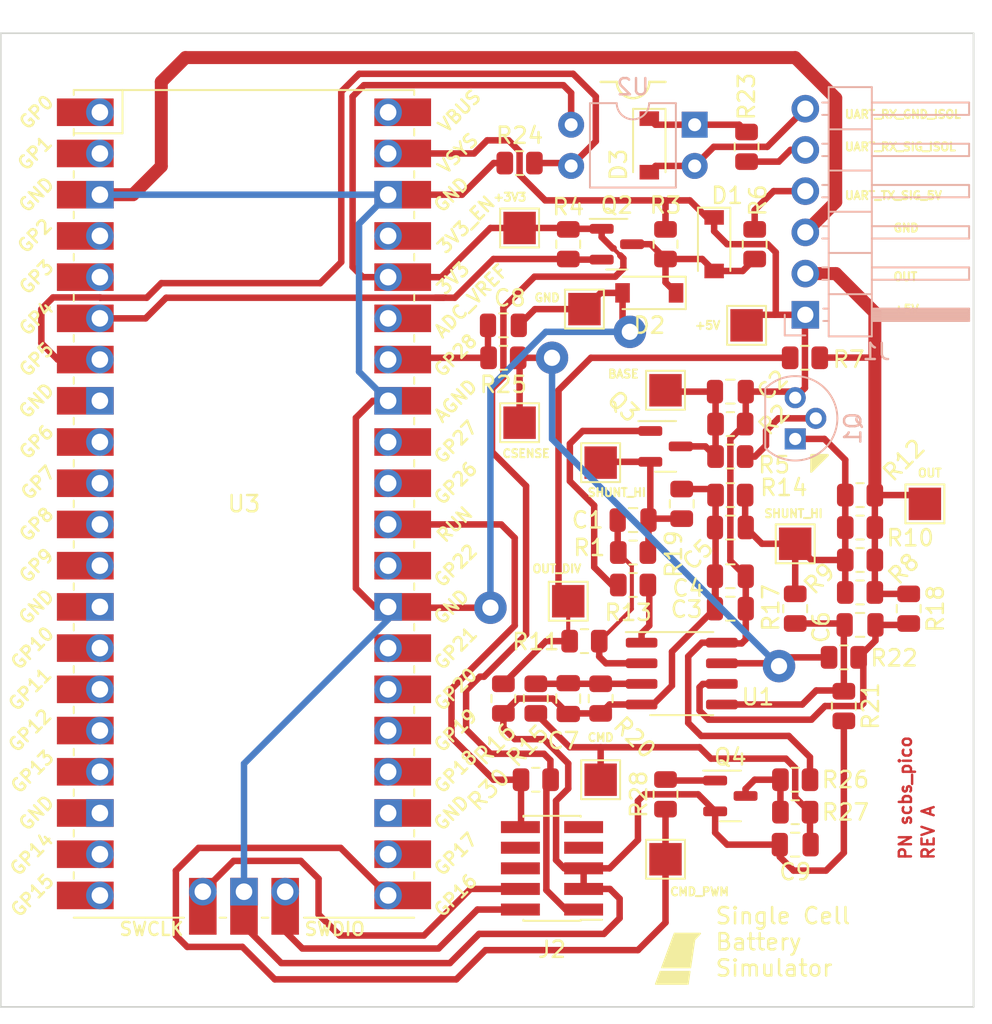
<source format=kicad_pcb>
(kicad_pcb (version 20211014) (generator pcbnew)
  (title_block (title "Single Cell Battery Simulator Pico Demo Board") (date "2022-11-07") (rev "A") (company "Pants for Birds") (comment 1 "John McNelly - jkailimcnelly@gmail.com"))
  (layers (0 "F.Cu" signal) (31 "B.Cu" signal) (34 "B.Paste" user) (35 "F.Paste" user) (36 "B.SilkS" user "B.Silkscreen") (37 "F.SilkS" user "F.Silkscreen") (38 "B.Mask" user) (39 "F.Mask" user) (44 "Edge.Cuts" user))
  (net 0 "")
  (net 1 "Net-(C1-Pad1)")
  (net 2 "/ERR")
  (net 3 "+5V")
  (net 4 "GND")
  (net 5 "/SHUNT_HI")
  (net 6 "Net-(C6-Pad1)")
  (net 7 "Net-(C6-Pad2)")
  (net 8 "Net-(C7-Pad1)")
  (net 9 "/CSENSE_FILT")
  (net 10 "/CMD")
  (net 11 "Net-(D1-Pad2)")
  (net 12 "Net-(D3-Pad1)")
  (net 13 "/UART_RX_GND_ISOL")
  (net 14 "/OUT")
  (net 15 "/UART_TX_SIG_5V")
  (net 16 "/UART_RX_SIG_ISOL")
  (net 17 "+3V3")
  (net 18 "Net-(J2-Pad2)")
  (net 19 "Net-(J2-Pad4)")
  (net 24 "/~{RESET}")
  (net 25 "Net-(Q1-Pad2)")
  (net 26 "/UART_TX_3V3")
  (net 27 "Net-(Q3-Pad1)")
  (net 28 "Net-(Q4-Pad1)")
  (net 29 "Net-(Q4-Pad3)")
  (net 30 "Net-(R13-Pad1)")
  (net 31 "/CSENSE")
  (net 32 "/UART_RX_3V3")
  (net 33 "/CMD_PWM")
  (net 63 "/BASE")
  (net 64 "/OUT_DIV")
  (footprint "Capacitor_SMD:C_0805_2012Metric" (layer "F.Cu") (at 60 61 -90)
    (fp_text reference "C7")
    (fp_text value "0.1uF")
  )
  (footprint "TestPoint:TestPoint_Pad_2.0x2.0mm" (layer "F.Cu") (at 62 46.46)
    (fp_text reference "TP3" hide)
    (fp_text value "TestPoint")
  )
  (footprint "Resistor_SMD:R_0805_2012Metric" (layer "F.Cu") (at 61 57.46)
    (fp_text reference "R11")
    (fp_text value "10k")
  )
  (footprint "Diode_SMD:D_SOD-123" (layer "F.Cu") (at 65 36 180)
    (fp_text reference "D2")
    (fp_text value "1N4148")
  )
  (footprint "MountingHole:MountingHole_3.2mm_M3" (layer "F.Cu") (at 81 76)
    (fp_text reference "H1" hide)
    (fp_text value "MountingHole")
  )
  (footprint "Capacitor_SMD:C_0805_2012Metric" (layer "F.Cu") (at 74 70 180)
    (fp_text reference "C9")
    (fp_text value "0.1uF")
  )
  (footprint "Package_TO_SOT_SMD:SOT-23" (layer "F.Cu") (at 63 33)
    (fp_text reference "Q2")
    (fp_text value "2N7002")
  )
  (footprint "Resistor_SMD:R_0805_2012Metric" (layer "F.Cu") (at 71 27 90)
    (fp_text reference "R23")
    (fp_text value "390R")
  )
  (footprint "Package_TO_SOT_SMD:SOT-23" (layer "F.Cu") (at 66 45.46)
    (fp_text reference "Q3")
    (fp_text value "MMBT3904")
  )
  (footprint "Resistor_SMD:R_0805_2012Metric" (layer "F.Cu") (at 60 33 -90)
    (fp_text reference "R4")
    (fp_text value "3k3")
  )
  (footprint "Capacitor_SMD:C_0805_2012Metric" (layer "F.Cu") (at 78 56.46)
    (fp_text reference "C6")
    (fp_text value "DNP")
  )
  (footprint "TestPoint:TestPoint_Pad_2.0x2.0mm" (layer "F.Cu") (at 66 42)
    (fp_text reference "TP5" hide)
    (fp_text value "TestPoint")
  )
  (footprint "TestPoint:TestPoint_Pad_2.0x2.0mm" (layer "F.Cu") (at 62 66)
    (fp_text reference "TP2" hide)
    (fp_text value "TestPoint")
  )
  (footprint "Package_TO_SOT_SMD:SOT-23" (layer "F.Cu") (at 70 67)
    (fp_text reference "Q4")
    (fp_text value "MMBT3904")
  )
  (footprint "Capacitor_SMD:C_0805_2012Metric" (layer "F.Cu") (at 70 42.085 180)
    (fp_text reference "C2")
    (fp_text value "DNP")
  )
  (footprint "Custom_Graphic:PCB_PN_REV_small" (layer "F.Cu") (at 83 71 90)
    (fp_text reference "PCB1" hide)
    (fp_text value "PCB" hide)
  )
  (footprint "Resistor_SMD:R_0805_2012Metric" (layer "F.Cu") (at 78 52.46)
    (fp_text reference "R9")
    (fp_text value "4R 1% 0805")
  )
  (footprint "Connector_PinHeader_1.27mm:PinHeader_2x05_P1.27mm_Vertical_SMD" (layer "F.Cu") (at 59 71.46 180)
    (fp_text reference "J2")
    (fp_text value "Conn_ARM_JTAG_SWD_10")
  )
  (footprint "TestPoint:TestPoint_Pad_2.0x2.0mm" (layer "F.Cu") (at 66 70.9)
    (fp_text reference "TP4" hide)
    (fp_text value "TestPoint")
  )
  (footprint "Resistor_SMD:R_0805_2012Metric" (layer "F.Cu") (at 78 48.46)
    (fp_text reference "R12")
    (fp_text value "4R 1% 0805")
  )
  (footprint "Custom_Graphic:bird_with_pants_small_flipped" (layer "F.Cu") (at 67 77)
    (fp_text reference "GRAPHIC1" hide)
    (fp_text value "Graphic" hide)
  )
  (footprint "Resistor_SMD:R_0805_2012Metric" (layer "F.Cu") (at 57 28 180)
    (fp_text reference "R24")
    (fp_text value "390R")
  )
  (footprint "Resistor_SMD:R_0805_2012Metric" (layer "F.Cu") (at 70 48.46 180)
    (fp_text reference "R14")
    (fp_text value "1k")
  )
  (footprint "Resistor_SMD:R_0805_2012Metric" (layer "F.Cu") (at 77 58.46 180)
    (fp_text reference "R22")
    (fp_text value "8.25M 0.1%")
  )
  (footprint "Resistor_SMD:R_0805_2012Metric" (layer "F.Cu") (at 64 52)
    (fp_text reference "R1")
    (fp_text value "2k")
  )
  (footprint "Resistor_SMD:R_0805_2012Metric" (layer "F.Cu") (at 66 33 -90)
    (fp_text reference "R3")
    (fp_text value "3k3")
  )
  (footprint "Resistor_SMD:R_0805_2012Metric" (layer "F.Cu") (at 74 55.46 -90)
    (fp_text reference "R17")
    (fp_text value "500k 0.1%")
  )
  (footprint "TestPoint:TestPoint_Pad_2.0x2.0mm" (layer "F.Cu") (at 71 38)
    (fp_text reference "TP10" hide)
    (fp_text value "TestPoint")
  )
  (footprint "Resistor_SMD:R_0805_2012Metric" (layer "F.Cu") (at 71.5 33 -90)
    (fp_text reference "R6")
    (fp_text value "390R")
  )
  (footprint "Resistor_SMD:R_0805_2012Metric" (layer "F.Cu") (at 81 55.46 -90)
    (fp_text reference "R18")
    (fp_text value "500k 0.1%")
  )
  (footprint "TestPoint:TestPoint_Pad_2.0x2.0mm" (layer "F.Cu") (at 57 44)
    (fp_text reference "TP8" hide)
    (fp_text value "TestPoint")
  )
  (footprint "Capacitor_SMD:C_0805_2012Metric" (layer "F.Cu") (at 64 50)
    (fp_text reference "C1")
    (fp_text value "0.1uF")
  )
  (footprint "TestPoint:TestPoint_Pad_2.0x2.0mm" (layer "F.Cu") (at 82 49)
    (fp_text reference "TP6" hide)
    (fp_text value "TestPoint")
  )
  (footprint "Resistor_SMD:R_0805_2012Metric" (layer "F.Cu") (at 77 61.46 -90)
    (fp_text reference "R21")
    (fp_text value "8.25M 0.1%")
  )
  (footprint "TestPoint:TestPoint_Pad_2.0x2.0mm" (layer "F.Cu") (at 60 55)
    (fp_text reference "TP7" hide)
    (fp_text value "TestPoint")
  )
  (footprint "Capacitor_SMD:C_0805_2012Metric" (layer "F.Cu") (at 70 53.46 180)
    (fp_text reference "C4")
    (fp_text value "0.1uF")
  )
  (footprint "Resistor_SMD:R_0805_2012Metric" (layer "F.Cu") (at 78 50.46)
    (fp_text reference "R10")
    (fp_text value "4R 1% 0805")
  )
  (footprint "TestPoint:TestPoint_Pad_2.0x2.0mm" (layer "F.Cu") (at 61 37)
    (fp_text reference "TP9" hide)
    (fp_text value "TestPoint")
  )
  (footprint "Resistor_SMD:R_0805_2012Metric" (layer "F.Cu") (at 58 66 180)
    (fp_text reference "R30")
    (fp_text value "10k")
  )
  (footprint "Resistor_SMD:R_0805_2012Metric" (layer "F.Cu") (at 67 49 90)
    (fp_text reference "R19")
    (fp_text value "1R")
  )
  (footprint "Resistor_SMD:R_0805_2012Metric" (layer "F.Cu") (at 70 46.085)
    (fp_text reference "R5")
    (fp_text value "100R")
  )
  (footprint "TestPoint:TestPoint_Pad_2.0x2.0mm" (layer "F.Cu") (at 74 51.46)
    (fp_text reference "TP1" hide)
    (fp_text value "TestPoint")
  )
  (footprint "TestPoint:TestPoint_Pad_2.0x2.0mm" (layer "F.Cu") (at 57 32)
    (fp_text reference "TP11" hide)
    (fp_text value "TestPoint")
  )
  (footprint "Resistor_SMD:R_0805_2012Metric" (layer "F.Cu") (at 74 68)
    (fp_text reference "R27")
    (fp_text value "10k")
  )
  (footprint "Diode_SMD:D_SOD-123" (layer "F.Cu") (at 65 26.9125 -90)
    (fp_text reference "D3")
    (fp_text value "1N4148")
  )
  (footprint "Resistor_SMD:R_0805_2012Metric" (layer "F.Cu") (at 66 66.9 90)
    (fp_text reference "R28")
    (fp_text value "10k")
  )
  (footprint "Capacitor_SMD:C_0805_2012Metric" (layer "F.Cu") (at 70 55.46 180)
    (fp_text reference "C3")
    (fp_text value "1uF")
  )
  (footprint "Resistor_SMD:R_0805_2012Metric" (layer "F.Cu") (at 64 54 180)
    (fp_text reference "R13")
    (fp_text value "0R")
  )
  (footprint "Resistor_SMD:R_0805_2012Metric" (layer "F.Cu") (at 74.6 40 180)
    (fp_text reference "R7")
    (fp_text value "0R")
  )
  (footprint "Resistor_SMD:R_0805_2012Metric" (layer "F.Cu") (at 56 40 180)
    (fp_text reference "R25")
    (fp_text value "10k")
  )
  (footprint "Package_SO:SOIC-8_3.9x4.9mm_P1.27mm" (layer "F.Cu") (at 67 59.46)
    (fp_text reference "U1")
    (fp_text value "TLV9062xD")
  )
  (footprint "Resistor_SMD:R_0805_2012Metric" (layer "F.Cu") (at 78 54.46)
    (fp_text reference "R8")
    (fp_text value "4R 1% 0805")
  )
  (footprint "Resistor_SMD:R_0805_2012Metric" (layer "F.Cu") (at 58 61 90)
    (fp_text reference "R15")
    (fp_text value "10k")
  )
  (footprint "Resistor_SMD:R_0805_2012Metric" (layer "F.Cu") (at 70 44.085 180)
    (fp_text reference "R2")
    (fp_text value "1k")
  )
  (footprint "Custom_Module:RPi_Pico_SMD_TH" (layer "F.Cu") (at 40 49)
    (fp_text reference "U3")
    (fp_text value "Pico")
  )
  (footprint "Resistor_SMD:R_0805_2012Metric" (layer "F.Cu") (at 62 61 -90)
    (fp_text reference "R20")
    (fp_text value "2k")
  )
  (footprint "Capacitor_SMD:C_0805_2012Metric" (layer "F.Cu") (at 70 50.46 180)
    (fp_text reference "C5")
    (fp_text value "DNP")
  )
  (footprint "Resistor_SMD:R_0805_2012Metric" (layer "F.Cu") (at 74 66 180)
    (fp_text reference "R26")
    (fp_text value "1k")
  )
  (footprint "Capacitor_SMD:C_0805_2012Metric" (layer "F.Cu") (at 56 38)
    (fp_text reference "C8")
    (fp_text value "0.1uF")
  )
  (footprint "Resistor_SMD:R_0805_2012Metric" (layer "F.Cu") (at 56 61 -90)
    (fp_text reference "R16")
    (fp_text value "DNP")
  )
  (footprint "Diode_SMD:D_SOD-123" (layer "F.Cu") (at 69 33 -90)
    (fp_text reference "D1")
    (fp_text value "1N4148")
  )
  (footprint "Connector_PinHeader_2.54mm:PinHeader_1x06_P2.54mm_Horizontal" (layer "B.Cu") (at 74.625 37.35)
    (fp_text reference "J1")
    (fp_text value "Conn_01x06_Male")
  )
  (footprint "Package_TO_SOT_THT:TO-92" (layer "B.Cu") (at 74 45 90)
    (fp_text reference "Q1")
    (fp_text value "2N2907")
  )
  (footprint "Package_DIP:DIP-4_W7.62mm" (layer "B.Cu") (at 67.8 25.6375 180)
    (fp_text reference "U2")
    (fp_text value "PC817")
  )
  (gr_arc (start 65 23) (mid 64 24) (end 63 23) (layer "F.SilkS") (width 0.15))
  (gr_line (start 65 23) (end 66 23) (layer "F.SilkS") (width 0.15))
  (gr_circle (center 81 76) (end 81.4 76) (layer "F.SilkS") (width 0.15) (fill none))
  (gr_poly (pts (xy 75 47) (xy 75 46) (xy 76 46)) (layer "F.SilkS") (width 0.15) (fill solid))
  (gr_line (start 62 23) (end 63 23) (layer "F.SilkS") (width 0.15))
  (gr_line (start 25 80) (end 25 20) (layer "Edge.Cuts") (width 0.1))
  (gr_line (start 85 80) (end 25 80) (layer "Edge.Cuts") (width 0.1))
  (gr_line (start 85 80) (end 85 20) (layer "Edge.Cuts") (width 0.1))
  (gr_line (start 25 20) (end 85 20) (layer "Edge.Cuts") (width 0.1))
  (gr_line (start 85 20) (end 85 80) (layer "Edge.Cuts") (width 0.1))
  (gr_text "CMD_PWM" (at 68.1 72.9) (layer "F.SilkS") (effects (font (size 0.5 0.5) (thickness 0.125))))
  (gr_text "+5V" (at 80 37) (layer "F.SilkS") (effects (font (size 0.5 0.5) (thickness 0.125)) (justify left)))
  (gr_text "GND" (at 58.7 36.3) (layer "F.SilkS") (effects (font (size 0.5 0.5) (thickness 0.125))))
  (gr_text "UART_TX_SIG_5V" (at 77 30) (layer "F.SilkS") (effects (font (size 0.5 0.5) (thickness 0.125)) (justify left)))
  (gr_text "CMD" (at 62 63.4) (layer "F.SilkS") (effects (font (size 0.5 0.5) (thickness 0.125))))
  (gr_text "+3V3" (at 56.4 30.1) (layer "F.SilkS") (effects (font (size 0.5 0.5) (thickness 0.125))))
  (gr_text "UART_RX_GND_ISOL" (at 77 25) (layer "F.SilkS") (effects (font (size 0.5 0.5) (thickness 0.125)) (justify left)))
  (gr_text "CSENSE" (at 57.4 45.9) (layer "F.SilkS") (effects (font (size 0.5 0.5) (thickness 0.125))))
  (gr_text "GND" (at 80 32) (layer "F.SilkS") (effects (font (size 0.5 0.5) (thickness 0.125)) (justify left)))
  (gr_text "SHUNT_HI" (at 63 48.3) (layer "F.SilkS") (effects (font (size 0.5 0.5) (thickness 0.125))))
  (gr_text "BASE" (at 63.4 41) (layer "F.SilkS") (effects (font (size 0.5 0.5) (thickness 0.125))))
  (gr_text "OUT" (at 82.3 47.1) (layer "F.SilkS") (effects (font (size 0.5 0.5) (thickness 0.125))))
  (gr_text "UART_RX_SIG_ISOL" (at 77 27) (layer "F.SilkS") (effects (font (size 0.5 0.5) (thickness 0.125)) (justify left)))
  (gr_text "OUT" (at 80 35) (layer "F.SilkS") (effects (font (size 0.5 0.5) (thickness 0.125)) (justify left)))
  (gr_text "SHUNT_HI" (at 73.9 49.6) (layer "F.SilkS") (effects (font (size 0.5 0.5) (thickness 0.125))))
  (gr_text "Single Cell\nBattery\nSimulator" (at 69 76) (layer "F.SilkS") (effects (font (size 1 1)) (justify left)))
  (gr_text "+5V" (at 68.6 38) (layer "F.SilkS") (effects (font (size 0.5 0.5) (thickness 0.125))))
  (gr_text "OUT_DIV" (at 59.3 53) (layer "F.SilkS") (effects (font (size 0.5 0.5) (thickness 0.125))))
  (segment (start 63.925 55.475) (end 61.94 57.46) (width 0.25) (layer "F.Cu") (net 1))
  (segment (start 61.9125 58.4125) (end 61.9125 57.46) (width 0.4) (layer "F.Cu") (net 1))
  (segment (start 63.0875 52) (end 63.925 52.8375) (width 0.25) (layer "F.Cu") (net 1))
  (segment (start 61.94 57.46) (end 61.9125 57.46) (width 0.25) (layer "F.Cu") (net 1))
  (segment (start 62.325 58.825) (end 61.9125 58.4125) (width 0.4) (layer "F.Cu") (net 1))
  (segment (start 64.525 58.825) (end 62.325 58.825) (width 0.4) (layer "F.Cu") (net 1))
  (segment (start 63.05 50) (end 63.05 51.9625) (width 0.4) (layer "F.Cu") (net 1))
  (segment (start 63.05 51.9625) (end 63.0875 52) (width 0.4) (layer "F.Cu") (net 1))
  (segment (start 63.925 52.8375) (end 63.925 55.475) (width 0.25) (layer "F.Cu") (net 1))
  (segment (start 67 49.9125) (end 65.0375 49.9125) (width 0.4) (layer "F.Cu") (net 2))
  (segment (start 64.95 50) (end 64.95 51.9625) (width 0.4) (layer "F.Cu") (net 2))
  (segment (start 64.95 51.9625) (end 64.9125 52) (width 0.4) (layer "F.Cu") (net 2))
  (segment (start 65.0625 46.41) (end 62.05 46.41) (width 0.4) (layer "F.Cu") (net 2))
  (segment (start 62.05 46.41) (end 62 46.46) (width 0.4) (layer "F.Cu") (net 2))
  (segment (start 65.0375 49.9125) (end 64.95 50) (width 0.4) (layer "F.Cu") (net 2))
  (segment (start 65.0625 46.41) (end 65.0625 49.8875) (width 0.4) (layer "F.Cu") (net 2))
  (segment (start 65.0625 49.8875) (end 64.95 50) (width 0.4) (layer "F.Cu") (net 2))
  (segment (start 70.95 57.35) (end 70.7 57.6) (width 0.4) (layer "F.Cu") (net 3))
  (segment (start 74.625 37.35) (end 74.6 37.375) (width 0.4) (layer "F.Cu") (net 3))
  (segment (start 70.95 44.0475) (end 70.9125 44.085) (width 0.4) (layer "F.Cu") (net 3))
  (segment (start 48.89 27.41) (end 54.19 27.41) (width 0.4) (layer "F.Cu") (net 3))
  (segment (start 65.9 30.3) (end 67.5 30.3) (width 0.4) (layer "F.Cu") (net 3))
  (segment (start 69.475 57.555) (end 68.245 57.555) (width 0.4) (layer "F.Cu") (net 3))
  (segment (start 57 28.719239) (end 58.580761 30.3) (width 0.4) (layer "F.Cu") (net 3))
  (segment (start 72.8 33.5) (end 72.8 37.3) (width 0.4) (layer "F.Cu") (net 3))
  (segment (start 70.95 55.46) (end 70.95 57.35) (width 0.4) (layer "F.Cu") (net 3))
  (segment (start 66 32.0875) (end 66 30.4) (width 0.4) (layer "F.Cu") (net 3))
  (segment (start 69.52 57.6) (end 69.475 57.555) (width 0.4) (layer "F.Cu") (net 3))
  (segment (start 57 27.280761) (end 57 28.719239) (width 0.4) (layer "F.Cu") (net 3))
  (segment (start 70.95 53.46) (end 70.95 55.46) (width 0.4) (layer "F.Cu") (net 3))
  (segment (start 70.7 57.6) (end 69.52 57.6) (width 0.4) (layer "F.Cu") (net 3))
  (segment (start 72.75 37.35) (end 71.65 37.35) (width 0.4) (layer "F.Cu") (net 3))
  (segment (start 68.2 63.3) (end 73.6 63.3) (width 0.4) (layer "F.Cu") (net 3))
  (segment (start 58.580761 30.3) (end 65.9 30.3) (width 0.4) (layer "F.Cu") (net 3))
  (segment (start 74.625 37.35) (end 72.75 37.35) (width 0.4) (layer "F.Cu") (net 3))
  (segment (start 73.625 42.085) (end 74 42.46) (width 0.4) (layer "F.Cu") (net 3))
  (segment (start 68.55 31.35) (end 69 31.35) (width 0.4) (layer "F.Cu") (net 3))
  (segment (start 69 32.2) (end 69.8 33) (width 0.4) (layer "F.Cu") (net 3))
  (segment (start 70 52.51) (end 70.95 53.46) (width 0.4) (layer "F.Cu") (net 3))
  (segment (start 74.9125 64.6125) (end 74.9125 66) (width 0.4) (layer "F.Cu") (net 3))
  (segment (start 74.6 37.375) (end 74.6 41.86) (width 0.4) (layer "F.Cu") (net 3))
  (segment (start 74.6 41.86) (end 74 42.46) (width 0.4) (layer "F.Cu") (net 3))
  (segment (start 67.4 62.5) (end 68.2 63.3) (width 0.4) (layer "F.Cu") (net 3))
  (segment (start 70.95 42.085) (end 73.625 42.085) (width 0.4) (layer "F.Cu") (net 3))
  (segment (start 72.8 37.3) (end 72.75 37.35) (width 0.4) (layer "F.Cu") (net 3))
  (segment (start 67.4 58.4) (end 67.4 62.5) (width 0.4) (layer "F.Cu") (net 3))
  (segment (start 66 30.4) (end 65.9 30.3) (width 0.4) (layer "F.Cu") (net 3))
  (segment (start 56.319239 26.6) (end 57 27.280761) (width 0.4) (layer "F.Cu") (net 3))
  (segment (start 69 31.35) (end 69 32.2) (width 0.4) (layer "F.Cu") (net 3))
  (segment (start 67.5 30.3) (end 68.05 30.85) (width 0.4) (layer "F.Cu") (net 3))
  (segment (start 71.65 37.35) (end 71 38) (width 0.4) (layer "F.Cu") (net 3))
  (segment (start 68.245 57.555) (end 67.4 58.4) (width 0.4) (layer "F.Cu") (net 3))
  (segment (start 70.9125 44.085) (end 70 44.9975) (width 0.4) (layer "F.Cu") (net 3))
  (segment (start 70 44.9975) (end 70 52.51) (width 0.4) (layer "F.Cu") (net 3))
  (segment (start 55 26.6) (end 56.319239 26.6) (width 0.4) (layer "F.Cu") (net 3))
  (segment (start 73.6 63.3) (end 74.9125 64.6125) (width 0.4) (layer "F.Cu") (net 3))
  (segment (start 70.95 42.085) (end 70.95 44.0475) (width 0.4) (layer "F.Cu") (net 3))
  (segment (start 72.3 33) (end 72.8 33.5) (width 0.4) (layer "F.Cu") (net 3))
  (segment (start 54.19 27.41) (end 55 26.6) (width 0.4) (layer "F.Cu") (net 3))
  (segment (start 69.8 33) (end 72.3 33) (width 0.4) (layer "F.Cu") (net 3))
  (segment (start 68.05 30.85) (end 68.55 31.35) (width 0.4) (layer "F.Cu") (net 3))
  (segment (start 46.9 54.2) (end 48.05 55.35) (width 0.4) (layer "F.Cu") (net 4))
  (segment (start 60.0375 61.9125) (end 60 61.95) (width 0.4) (layer "F.Cu") (net 4))
  (segment (start 59.05 61) (end 60 61.95) (width 0.4) (layer "F.Cu") (net 4))
  (segment (start 60.95 71.46) (end 59.76 71.46) (width 0.4) (layer "F.Cu") (net 4))
  (segment (start 66.4 58.11) (end 66.4 60.2) (width 0.4) (layer "F.Cu") (net 4))
  (segment (start 75.9 71.6) (end 77 70.5) (width 0.4) (layer "F.Cu") (net 4))
  (segment (start 53.45 29.95) (end 55.4 28) (width 0.4) (layer "F.Cu") (net 4))
  (segment (start 68.0125 66.9) (end 64.7 66.9) (width 0.4) (layer "F.Cu") (net 4))
  (segment (start 69.0625 67.95) (end 68.0125 66.9) (width 0.4) (layer "F.Cu") (net 4))
  (segment (start 59.25 67.294239) (end 60 66.544239) (width 0.4) (layer "F.Cu") (net 4))
  (segment (start 63.17 74.53) (end 62.2 75.5) (width 0.4) (layer "F.Cu") (net 4))
  (segment (start 60 66.544239) (end 60 65) (width 0.4) (layer "F.Cu") (net 4))
  (segment (start 46.9 43.7) (end 46.9 54.2) (width 0.4) (layer "F.Cu") (net 4))
  (segment (start 64.7 66.9) (end 64.3 67.3) (width 0.4) (layer "F.Cu") (net 4))
  (segment (start 59.76 71.46) (end 59.25 70.95) (width 0.4) (layer "F.Cu") (net 4))
  (segment (start 47.95 42.65) (end 46.9 43.7) (width 0.4) (layer "F.Cu") (net 4))
  (segment (start 66.4 60.2) (end 65.235 61.365) (width 0.4) (layer "F.Cu") (net 4))
  (segment (start 36.390936 21.5) (end 34.9 22.990936) (width 0.8) (layer "F.Cu") (net 4))
  (segment (start 60.95 71.46) (end 60.95 72.73) (width 0.4) (layer "F.Cu") (net 4))
  (segment (start 74.625 32.27) (end 76.5 30.395) (width 0.8) (layer "F.Cu") (net 4))
  (segment (start 56.7 63.5) (end 56 62.8) (width 0.4) (layer "F.Cu") (net 4))
  (segment (start 62.2 75.5) (end 54.5 75.5) (width 0.4) (layer "F.Cu") (net 4))
  (segment (start 60 65) (end 58.5 63.5) (width 0.4) (layer "F.Cu") (net 4))
  (segment (start 68.715 48.0875) (end 69.0875 48.46) (width 0.4) (layer "F.Cu") (net 4))
  (segment (start 64.525 61.365) (end 62.5475 61.365) (width 0.4) (layer "F.Cu") (net 4))
  (segment (start 76.5 30.395) (end 76.5 24) (width 0.8) (layer "F.Cu") (net 4))
  (segment (start 76.5 24) (end 74 21.5) (width 0.8) (layer "F.Cu") (net 4))
  (segment (start 57.95 37) (end 56.95 38) (width 0.4) (layer "F.Cu") (net 4))
  (segment (start 63.35 36) (end 62 36) (width 0.4) (layer "F.Cu") (net 4))
  (segment (start 48.94 55.4) (end 48.89 55.35) (width 0.4) (layer "F.Cu") (net 4))
  (segment (start 74 21.5) (end 36.390936 21.5) (width 0.8) (layer "F.Cu") (net 4))
  (segment (start 48.89 29.95) (end 53.45 29.95) (width 0.4) (layer "F.Cu") (net 4))
  (segment (start 69.0875 55.4225) (end 69.05 55.46) (width 0.4) (layer "F.Cu") (net 4))
  (segment (start 34.9 22.990936) (end 34.9 28.2) (width 0.8) (layer "F.Cu") (net 4))
  (segment (start 33.15 29.95) (end 34.9 28.2) (width 0.8) (layer "F.Cu") (net 4))
  (segment (start 61 37) (end 57.95 37) (width 0.4) (layer "F.Cu") (net 4))
  (segment (start 63.35 36) (end 63.35 37.95) (width 0.4) (layer "F.Cu") (net 4))
  (segment (start 73.05 70) (end 73.05 70.75) (width 0.4) (layer "F.Cu") (net 4))
  (segment (start 62.55 71.46) (end 60.95 71.46) (width 0.4) (layer "F.Cu") (net 4))
  (segment (start 48.05 55.35) (end 48.89 55.35) (width 0.4) (layer "F.Cu") (net 4))
  (segment (start 73.05 70) (end 69.8 70) (width 0.4) (layer "F.Cu") (net 4))
  (segment (start 69.0625 69.2625) (end 69.0625 67.95) (width 0.4) (layer "F.Cu") (net 4))
  (segment (start 63.17 73.33) (end 63.17 74.53) (width 0.4) (layer "F.Cu") (net 4))
  (segment (start 73.05 70.75) (end 73.9 71.6) (width 0.4) (layer "F.Cu") (net 4))
  (segment (start 58.5 63.5) (end 56.7 63.5) (width 0.4) (layer "F.Cu") (net 4))
  (segment (start 64.3 69.71) (end 62.55 71.46) (width 0.4) (layer "F.Cu") (net 4))
  (segment (start 52.7 77.3) (end 42.3 77.3) (width 0.4) (layer "F.Cu") (net 4))
  (segment (start 62 36) (end 61 37) (width 0.4) (layer "F.Cu") (net 4))
  (segment (start 48.89 42.65) (end 47.95 42.65) (width 0.4) (layer "F.Cu") (net 4))
  (segment (start 64.3 67.3) (end 64.3 69.71) (width 0.4) (layer "F.Cu") (net 4))
  (segment (start 42.3 77.3) (end 40 75) (width 0.4) (layer "F.Cu") (net 4))
  (segment (start 56 62.8) (end 56 61.9125) (width 0.4) (layer "F.Cu") (net 4))
  (segment (start 65.235 61.365) (end 64.525 61.365) (width 0.4) (layer "F.Cu") (net 4))
  (segment (start 69.0875 48.46) (end 69.0875 55.4225) (width 0.4) (layer "F.Cu") (net 4))
  (segment (start 67 48.0875) (end 68.715 48.0875) (width 0.4) (layer "F.Cu") (net 4))
  (segment (start 54.5 75.5) (end 52.7 77.3) (width 0.4) (layer "F.Cu") (net 4))
  (segment (start 63.35 37.95) (end 63.8 38.4) (width 0.4) (layer "F.Cu") (net 4))
  (segment (start 69.8 70) (end 69.0625 69.2625) (width 0.4) (layer "F.Cu") (net 4))
  (segment (start 77 62.3725) (end 77 70.5) (width 0.4) (layer "F.Cu") (net 4))
  (segment (start 69.05 55.46) (end 66.4 58.11) (width 0.4) (layer "F.Cu") (net 4))
  (segment (start 62.5475 61.365) (end 62 61.9125) (width 0.4) (layer "F.Cu") (net 4))
  (segment (start 60.95 72.73) (end 62.57 72.73) (width 0.4) (layer "F.Cu") (net 4))
  (segment (start 62.57 72.73) (end 63.17 73.33) (width 0.4) (layer "F.Cu") (net 4))
  (segment (start 55.4 28) (end 56.0875 28) (width 0.4) (layer "F.Cu") (net 4))
  (segment (start 73.9 71.6) (end 75.9 71.6) (width 0.4) (layer "F.Cu") (net 4))
  (segment (start 69.05 53.46) (end 69.05 55.46) (width 0.4) (layer "F.Cu") (net 4))
  (segment (start 59.25 70.95) (end 59.25 67.294239) (width 0.4) (layer "F.Cu") (net 4))
  (segment (start 56.9125 61) (end 59.05 61) (width 0.4) (layer "F.Cu") (net 4))
  (segment (start 56 61.9125) (end 56.9125 61) (width 0.4) (layer "F.Cu") (net 4))
  (segment (start 31.11 29.95) (end 33.15 29.95) (width 0.8) (layer "F.Cu") (net 4))
  (segment (start 62 61.9125) (end 60.0375 61.9125) (width 0.4) (layer "F.Cu") (net 4))
  (segment (start 40 75) (end 40 72.9) (width 0.4) (layer "F.Cu") (net 4))
  (segment (start 55.2 55.4) (end 48.94 55.4) (width 0.4) (layer "F.Cu") (net 4))
  (via (at 55.2 55.4) (size 2) (drill 1) (layers "F.Cu" "B.Cu") (net 4))
  (via (at 63.8 38.4) (size 2) (drill 1) (layers "F.Cu" "B.Cu") (net 4))
  (segment (start 63.8 38.4) (end 58.620101 38.4) (width 0.4) (layer "B.Cu") (net 4))
  (segment (start 55.2 41.820101) (end 55.2 55.4) (width 0.4) (layer "B.Cu") (net 4))
  (segment (start 48.89 55.35) (end 48.89 56.122233) (width 0.4) (layer "B.Cu") (net 4))
  (segment (start 40 65.012233) (end 40 72.9) (width 0.4) (layer "B.Cu") (net 4))
  (segment (start 48.89 56.122233) (end 40 65.012233) (width 0.4) (layer "B.Cu") (net 4))
  (segment (start 47.09814 31.74186) (end 47.09814 40.85814) (width 0.4) (layer "B.Cu") (net 4))
  (segment (start 48.89 29.95) (end 47.09814 31.74186) (width 0.4) (layer "B.Cu") (net 4))
  (segment (start 47.09814 40.85814) (end 48.89 42.65) (width 0.4) (layer "B.Cu") (net 4))
  (segment (start 48.89 29.95) (end 31.11 29.95) (width 0.4) (layer "B.Cu") (net 4))
  (segment (start 58.620101 38.4) (end 55.2 41.820101) (width 0.4) (layer "B.Cu") (net 4))
  (segment (start 77.0875 52.46) (end 75 52.46) (width 0.4) (layer "F.Cu") (net 5))
  (segment (start 71.95 51.46) (end 70.95 50.46) (width 0.4) (layer "F.Cu") (net 5))
  (segment (start 75.8 45) (end 77.0875 46.2875) (width 0.4) (layer "F.Cu") (net 5))
  (segment (start 77.0875 46.2875) (end 77.0875 48.46) (width 0.4) (layer "F.Cu") (net 5))
  (segment (start 74 54.5475) (end 74 51.46) (width 0.4) (layer "F.Cu") (net 5))
  (segment (start 70.9125 50.4225) (end 70.95 50.46) (width 0.4) (layer "F.Cu") (net 5))
  (segment (start 70.9125 48.46) (end 70.9125 50.4225) (width 0.4) (layer "F.Cu") (net 5))
  (segment (start 75 52.46) (end 74 51.46) (width 0.4) (layer "F.Cu") (net 5))
  (segment (start 74 51.46) (end 71.95 51.46) (width 0.4) (layer "F.Cu") (net 5))
  (segment (start 74 45) (end 75.8 45) (width 0.4) (layer "F.Cu") (net 5))
  (segment (start 77.0875 48.46) (end 77.0875 54.46) (width 0.4) (layer "F.Cu") (net 5))
  (segment (start 76.9525 60.5) (end 75.3 60.5) (width 0.4) (layer "F.Cu") (net 6))
  (segment (start 77 56.51) (end 77.05 56.46) (width 0.4) (layer "F.Cu") (net 6))
  (segment (start 74.435 61.365) (end 69.475 61.365) (width 0.4) (layer "F.Cu") (net 6))
  (segment (start 77 60.5475) (end 77 56.51) (width 0.4) (layer "F.Cu") (net 6))
  (segment (start 77 60.5475) (end 76.9525 60.5) (width 0.4) (layer "F.Cu") (net 6))
  (segment (start 75.3 60.5) (end 74.435 61.365) (width 0.4) (layer "F.Cu") (net 6))
  (segment (start 76.9625 56.3725) (end 77.05 56.46) (width 0.4) (layer "F.Cu") (net 6))
  (segment (start 74 56.3725) (end 76.9625 56.3725) (width 0.4) (layer "F.Cu") (net 6))
  (segment (start 75 62.3) (end 75.84 61.46) (width 0.4) (layer "F.Cu") (net 7))
  (segment (start 68.305 60.095) (end 68.1 60.3) (width 0.4) (layer "F.Cu") (net 7))
  (segment (start 78.95 56.46) (end 80.9125 56.46) (width 0.4) (layer "F.Cu") (net 7))
  (segment (start 75.84 61.46) (end 78.04 61.46) (width 0.4) (layer "F.Cu") (net 7))
  (segment (start 68.1 61.742817) (end 68.657183 62.3) (width 0.4) (layer "F.Cu") (net 7))
  (segment (start 78.95 56.46) (end 78.95 57.4225) (width 0.4) (layer "F.Cu") (net 7))
  (segment (start 68.1 60.3) (end 68.1 61.742817) (width 0.4) (layer "F.Cu") (net 7))
  (segment (start 78.95 57.4225) (end 77.9125 58.46) (width 0.4) (layer "F.Cu") (net 7))
  (segment (start 78.2 58.7475) (end 77.9125 58.46) (width 0.4) (layer "F.Cu") (net 7))
  (segment (start 80.9125 56.46) (end 81 56.3725) (width 0.4) (layer "F.Cu") (net 7))
  (segment (start 68.657183 62.3) (end 75 62.3) (width 0.4) (layer "F.Cu") (net 7))
  (segment (start 69.475 60.095) (end 68.305 60.095) (width 0.4) (layer "F.Cu") (net 7))
  (segment (start 78.2 61.3) (end 78.2 58.7475) (width 0.4) (layer "F.Cu") (net 7))
  (segment (start 78.04 61.46) (end 78.2 61.3) (width 0.4) (layer "F.Cu") (net 7))
  (segment (start 64.5175 60.0875) (end 64.525 60.095) (width 0.4) (layer "F.Cu") (net 8))
  (segment (start 58 60.0875) (end 64.5175 60.0875) (width 0.4) (layer "F.Cu") (net 8))
  (segment (start 49 40) (end 48.89 40.11) (width 0.4) (layer "F.Cu") (net 9))
  (segment (start 55.05 38) (end 55.05 39.9625) (width 0.4) (layer "F.Cu") (net 9))
  (segment (start 55.05 39.9625) (end 55.0875 40) (width 0.4) (layer "F.Cu") (net 9))
  (segment (start 55.0875 40) (end 49 40) (width 0.4) (layer "F.Cu") (net 9))
  (segment (start 62 66) (end 62 64) (width 0.4) (layer "F.Cu") (net 10))
  (segment (start 68.8 64.7) (end 73.419239 64.7) (width 0.4) (layer "F.Cu") (net 10))
  (segment (start 74.9125 68) (end 74.9125 69.9625) (width 0.4) (layer "F.Cu") (net 10))
  (segment (start 73.419239 64.7) (end 74 65.280761) (width 0.4) (layer "F.Cu") (net 10))
  (segment (start 60.0875 64) (end 68.1 64) (width 0.4) (layer "F.Cu") (net 10))
  (segment (start 74 65.280761) (end 74 67.0875) (width 0.4) (layer "F.Cu") (net 10))
  (segment (start 74 67.0875) (end 74.9125 68) (width 0.4) (layer "F.Cu") (net 10))
  (segment (start 68.1 64) (end 68.8 64.7) (width 0.4) (layer "F.Cu") (net 10))
  (segment (start 58 61.9125) (end 60.0875 64) (width 0.4) (layer "F.Cu") (net 10))
  (segment (start 74.9125 69.9625) (end 74.95 70) (width 0.4) (layer "F.Cu") (net 10))
  (segment (start 63.9375 33) (end 65.0875 33) (width 0.4) (layer "F.Cu") (net 11))
  (segment (start 66 33.9125) (end 66 35.35) (width 0.4) (layer "F.Cu") (net 11))
  (segment (start 70.7625 34.65) (end 71.5 33.9125) (width 0.4) (layer "F.Cu") (net 11))
  (segment (start 68.2625 33.9125) (end 69 34.65) (width 0.4) (layer "F.Cu") (net 11))
  (segment (start 69 34.65) (end 70.7625 34.65) (width 0.4) (layer "F.Cu") (net 11))
  (segment (start 65.0875 33) (end 66 33.9125) (width 0.4) (layer "F.Cu") (net 11))
  (segment (start 66 35.35) (end 66.65 36) (width 0.4) (layer "F.Cu") (net 11))
  (segment (start 66 33.9125) (end 68.2625 33.9125) (width 0.4) (layer "F.Cu") (net 11))
  (segment (start 67.8 25.6375) (end 65.375 25.6375) (width 0.4) (layer "F.Cu") (net 12))
  (segment (start 65.375 25.6375) (end 65 25.2625) (width 0.4) (layer "F.Cu") (net 12))
  (segment (start 70.55 25.6375) (end 71 26.0875) (width 0.4) (layer "F.Cu") (net 12))
  (segment (start 67.8 25.6375) (end 70.55 25.6375) (width 0.4) (layer "F.Cu") (net 12))
  (segment (start 67.8 28.1775) (end 65.385 28.1775) (width 0.4) (layer "F.Cu") (net 13))
  (segment (start 68.9775 27) (end 72.275 27) (width 0.4) (layer "F.Cu") (net 13))
  (segment (start 67.8 28.1775) (end 68.9775 27) (width 0.4) (layer "F.Cu") (net 13))
  (segment (start 72.275 27) (end 74.625 24.65) (width 0.4) (layer "F.Cu") (net 13))
  (segment (start 65.385 28.1775) (end 65 28.5625) (width 0.4) (layer "F.Cu") (net 13))
  (segment (start 78.9125 39.9875) (end 78.9125 48.46) (width 0.8) (layer "F.Cu") (net 14))
  (segment (start 78.9125 39.9875) (end 75.525 39.9875) (width 0.4) (layer "F.Cu") (net 14))
  (segment (start 76.51 34.81) (end 78.9125 37.2125) (width 0.8) (layer "F.Cu") (net 14))
  (segment (start 75.525 39.9875) (end 75.5125 40) (width 0.4) (layer "F.Cu") (net 14))
  (segment (start 78.9125 37.2125) (end 78.9125 39.9875) (width 0.8) (layer "F.Cu") (net 14))
  (segment (start 79 54.5475) (end 78.9125 54.46) (width 0.4) (layer "F.Cu") (net 14))
  (segment (start 74.625 34.81) (end 76.51 34.81) (width 0.8) (layer "F.Cu") (net 14))
  (segment (start 81.46 48.46) (end 82 49) (width 0.4) (layer "F.Cu") (net 14))
  (segment (start 78.9125 48.46) (end 81.46 48.46) (width 0.4) (layer "F.Cu") (net 14))
  (segment (start 78.9125 48.46) (end 78.9125 54.46) (width 0.4) (layer "F.Cu") (net 14))
  (segment (start 81 54.5475) (end 79 54.5475) (width 0.4) (layer "F.Cu") (net 14))
  (segment (start 74.625 29.73) (end 72.67 29.73) (width 0.4) (layer "F.Cu") (net 15))
  (segment (start 72.67 29.73) (end 71.5 30.9) (width 0.4) (layer "F.Cu") (net 15))
  (segment (start 71.5 30.9) (end 71.5 32.0875) (width 0.4) (layer "F.Cu") (net 15))
  (segment (start 73.71 27.19) (end 72.9875 27.9125) (width 0.4) (layer "F.Cu") (net 16))
  (segment (start 74.625 27.19) (end 73.71 27.19) (width 0.4) (layer "F.Cu") (net 16))
  (segment (start 72.9875 27.9125) (end 71 27.9125) (width 0.4) (layer "F.Cu") (net 16))
  (segment (start 56 36.92) (end 56 41.2) (width 0.4) (layer "F.Cu") (net 17))
  (segment (start 58.9 65.9875) (end 58.9125 66) (width 0.4) (layer "F.Cu") (net 17))
  (segment (start 55.2 64.4) (end 58.5 64.4) (width 0.4) (layer "F.Cu") (net 17))
  (segment (start 60.0375 32.05) (end 60 32.0875) (width 0.4) (layer "F.Cu") (net 17))
  (segment (start 56 41.2) (end 55.3 41.9) (width 0.4) (layer "F.Cu") (net 17))
  (segment (start 62.75 33.25) (end 62.8 33.25) (width 0.4) (layer "F.Cu") (net 17))
  (segment (start 54.805761 59.65) (end 54.55 59.65) (width 0.4) (layer "F.Cu") (net 17))
  (segment (start 60.18 25.6375) (end 60.18 23.68) (width 0.4) (layer "F.Cu") (net 17))
  (segment (start 52.17 35.03) (end 48.89 35.03) (width 0.4) (layer "F.Cu") (net 17))
  (segment (start 58.5 64.4) (end 58.9 64.8) (width 0.4) (layer "F.Cu") (net 17))
  (segment (start 57.4 57.055761) (end 54.805761 59.65) (width 0.4) (layer "F.Cu") (net 17))
  (segment (start 62.9 35) (end 57.92 35) (width 0.4) (layer "F.Cu") (net 17))
  (segment (start 60.18 23.68) (end 59.7 23.2) (width 0.4) (layer "F.Cu") (net 17))
  (segment (start 55.3 45.8) (end 57.4 47.9) (width 0.4) (layer "F.Cu") (net 17))
  (segment (start 58.9125 66) (end 58.65 66.2625) (width 0.4) (layer "F.Cu") (net 17))
  (segment (start 57 32) (end 55.2 32) (width 0.4) (layer "F.Cu") (net 17))
  (segment (start 46.7 34.4) (end 47.33 35.03) (width 0.4) (layer "F.Cu") (net 17))
  (segment (start 54.55 59.65) (end 53.7 60.5) (width 0.4) (layer "F.Cu") (net 17))
  (segment (start 62.0625 32.05) (end 60.0375 32.05) (width 0.4) (layer "F.Cu") (net 17))
  (segment (start 58.65 66.2625) (end 58.65 72.8) (width 0.4) (layer "F.Cu") (net 17))
  (segment (start 53.7 60.5) (end 53.7 62.9) (width 0.4) (layer "F.Cu") (net 17))
  (segment (start 57.92 35) (end 56 36.92) (width 0.4) (layer "F.Cu") (net 17))
  (segment (start 62.8 33.278248) (end 63.210876 33.689124) (width 0.25) (layer "F.Cu") (net 17))
  (segment (start 55.2 32) (end 52.17 35.03) (width 0.4) (layer "F.Cu") (net 17))
  (segment (start 63.4 33.878248) (end 63.4 34.5) (width 0.4) (layer "F.Cu") (net 17))
  (segment (start 46.7 23.9) (end 46.7 34.4) (width 0.4) (layer "F.Cu") (net 17))
  (segment (start 57.4 47.9) (end 57.4 57.055761) (width 0.4) (layer "F.Cu") (net 17))
  (segment (start 58.65 72.8) (end 59.85 74) (width 0.4) (layer "F.Cu") (net 17))
  (segment (start 59.85 74) (end 60.95 74) (width 0.4) (layer "F.Cu") (net 17))
  (segment (start 62.0625 32.05) (end 62.0625 32.5625) (width 0.4) (layer "F.Cu") (net 17))
  (segment (start 58.9 64.8) (end 58.9 65.9875) (width 0.4) (layer "F.Cu") (net 17))
  (segment (start 59.9125 32) (end 60 32.0875) (width 0.4) (layer "F.Cu") (net 17))
  (segment (start 63.4 34.5) (end 62.9 35) (width 0.4) (layer "F.Cu") (net 17))
  (segment (start 62.8 33.25) (end 62.8 33.278248) (width 0.25) (layer "F.Cu") (net 17))
  (segment (start 47.4 23.2) (end 46.7 23.9) (width 0.4) (layer "F.Cu") (net 17))
  (segment (start 62.0625 32.5625) (end 62.75 33.25) (width 0.4) (layer "F.Cu") (net 17))
  (segment (start 57 32) (end 59.9125 32) (width 0.4) (layer "F.Cu") (net 17))
  (segment (start 63.210876 33.689124) (end 63.4 33.878248) (width 0.4) (layer "F.Cu") (net 17))
  (segment (start 53.7 62.9) (end 55.2 64.4) (width 0.4) (layer "F.Cu") (net 17))
  (segment (start 47.33 35.03) (end 48.89 35.03) (width 0.4) (layer "F.Cu") (net 17))
  (segment (start 55.3 41.9) (end 55.3 45.8) (width 0.4) (layer "F.Cu") (net 17))
  (segment (start 59.7 23.2) (end 47.4 23.2) (width 0.4) (layer "F.Cu") (net 17))
  (segment (start 57.05 74) (end 54.4 74) (width 0.4) (layer "F.Cu") (net 18))
  (segment (start 43.6 76.4) (end 42.54 75.34) (width 0.4) (layer "F.Cu") (net 18))
  (segment (start 52 76.4) (end 43.6 76.4) (width 0.4) (layer "F.Cu") (net 18))
  (segment (start 42.54 75.34) (end 42.54 72.9) (width 0.4) (layer "F.Cu") (net 18))
  (segment (start 54.4 74) (end 52 76.4) (width 0.4) (layer "F.Cu") (net 18))
  (segment (start 45.9 75.6) (end 44.6 74.3) (width 0.4) (layer "F.Cu") (net 19))
  (segment (start 44.6 74.3) (end 44.6 72.1) (width 0.4) (layer "F.Cu") (net 19))
  (segment (start 57.05 72.73) (end 53.97 72.73) (width 0.4) (layer "F.Cu") (net 19))
  (segment (start 39.36 71) (end 37.46 72.9) (width 0.4) (layer "F.Cu") (net 19))
  (segment (start 43.5 71) (end 39.36 71) (width 0.4) (layer "F.Cu") (net 19))
  (segment (start 44.6 72.1) (end 43.5 71) (width 0.4) (layer "F.Cu") (net 19))
  (segment (start 51.1 75.6) (end 45.9 75.6) (width 0.4) (layer "F.Cu") (net 19))
  (segment (start 53.97 72.73) (end 51.1 75.6) (width 0.4) (layer "F.Cu") (net 19))
  (segment (start 52.8 63.4) (end 52.8 60.4) (width 0.4) (layer "F.Cu") (net 24))
  (segment (start 57.0875 68.8825) (end 57.05 68.92) (width 0.4) (layer "F.Cu") (net 24))
  (segment (start 55.87 50.27) (end 48.89 50.27) (width 0.4) (layer "F.Cu") (net 24))
  (segment (start 57.0875 66) (end 57.0875 68.8825) (width 0.4) (layer "F.Cu") (net 24))
  (segment (start 57.0875 66) (end 55.4 66) (width 0.4) (layer "F.Cu") (net 24))
  (segment (start 52.8 60.4) (end 56.7 56.5) (width 0.4) (layer "F.Cu") (net 24))
  (segment (start 56.7 51.1) (end 55.87 50.27) (width 0.4) (layer "F.Cu") (net 24))
  (segment (start 56.7 56.5) (end 56.7 51.1) (width 0.4) (layer "F.Cu") (net 24))
  (segment (start 55.4 66) (end 52.8 63.4) (width 0.4) (layer "F.Cu") (net 24))
  (segment (start 75.27 43.73) (end 72.97 43.73) (width 0.4) (layer "F.Cu") (net 25))
  (segment (start 72.2 44.5) (end 72.2 45.4) (width 0.4) (layer "F.Cu") (net 25))
  (segment (start 71.515 46.085) (end 70.9125 46.085) (width 0.4) (layer "F.Cu") (net 25))
  (segment (start 72.97 43.73) (end 72.2 44.5) (width 0.4) (layer "F.Cu") (net 25))
  (segment (start 72.2 45.4) (end 71.515 46.085) (width 0.4) (layer "F.Cu") (net 25))
  (segment (start 33.93 37.57) (end 35.2 36.3) (width 0.4) (layer "F.Cu") (net 26))
  (segment (start 51.8 36.3) (end 52.3 36.3) (width 0.4) (layer "F.Cu") (net 26))
  (segment (start 53 36.3) (end 52.3 36.3) (width 0.4) (layer "F.Cu") (net 26))
  (segment (start 62.0625 33.95) (end 60.0375 33.95) (width 0.4) (layer "F.Cu") (net 26))
  (segment (start 55.3875 33.9125) (end 53 36.3) (width 0.4) (layer "F.Cu") (net 26))
  (segment (start 51.8 36.3) (end 35.2 36.3) (width 0.25) (layer "F.Cu") (net 26))
  (segment (start 31.11 37.57) (end 33.93 37.57) (width 0.4) (layer "F.Cu") (net 26))
  (segment (start 60 33.9125) (end 55.3875 33.9125) (width 0.4) (layer "F.Cu") (net 26))
  (segment (start 60.0375 33.95) (end 60 33.9125) (width 0.4) (layer "F.Cu") (net 26))
  (segment (start 35.2 36.3) (end 52.3 36.3) (width 0.4) (layer "F.Cu") (net 26))
  (segment (start 60.89 44.51) (end 60.1 45.3) (width 0.4) (layer "F.Cu") (net 27))
  (segment (start 60.1 47.6) (end 61.6 49.1) (width 0.4) (layer "F.Cu") (net 27))
  (segment (start 60.1 45.3) (end 60.1 47.6) (width 0.4) (layer "F.Cu") (net 27))
  (segment (start 62.7 54) (end 63.0875 54) (width 0.4) (layer "F.Cu") (net 27))
  (segment (start 61.6 49.1) (end 61.6 52.9) (width 0.4) (layer "F.Cu") (net 27))
  (segment (start 61.6 52.9) (end 62.7 54) (width 0.4) (layer "F.Cu") (net 27))
  (segment (start 65.0625 44.51) (end 60.89 44.51) (width 0.4) (layer "F.Cu") (net 27))
  (segment (start 66.0625 66.05) (end 66 65.9875) (width 0.4) (layer "F.Cu") (net 28))
  (segment (start 69.0625 66.05) (end 66.0625 66.05) (width 0.4) (layer "F.Cu") (net 28))
  (segment (start 71.5 66) (end 70.9375 66.5625) (width 0.4) (layer "F.Cu") (net 29))
  (segment (start 70.9375 66.5625) (end 70.9375 67) (width 0.4) (layer "F.Cu") (net 29))
  (segment (start 73.0875 66) (end 73.0875 68) (width 0.4) (layer "F.Cu") (net 29))
  (segment (start 73.0875 66) (end 71.5 66) (width 0.4) (layer "F.Cu") (net 29))
  (segment (start 65 54.0875) (end 64.9125 54) (width 0.4) (layer "F.Cu") (net 30))
  (segment (start 64.525 57.555) (end 64.525 56.975) (width 0.4) (layer "F.Cu") (net 30))
  (segment (start 65 56.5) (end 65 54.0875) (width 0.4) (layer "F.Cu") (net 30))
  (segment (start 64.525 56.975) (end 65 56.5) (width 0.4) (layer "F.Cu") (net 30))
  (segment (start 57 40.0875) (end 57 44) (width 0.4) (layer "F.Cu") (net 31))
  (segment (start 76.0875 58.46) (end 73.54 58.46) (width 0.4) (layer "F.Cu") (net 31))
  (segment (start 69.475 58.825) (end 72.825 58.825) (width 0.4) (layer "F.Cu") (net 31))
  (segment (start 72.825 58.825) (end 73 59) (width 0.4) (layer "F.Cu") (net 31))
  (segment (start 73.54 58.46) (end 73 59) (width 0.4) (layer "F.Cu") (net 31))
  (segment (start 56.9125 40) (end 59 40) (width 0.4) (layer "F.Cu") (net 31))
  (segment (start 56.9125 40) (end 57 40.0875) (width 0.4) (layer "F.Cu") (net 31))
  (via (at 73 59) (size 2) (drill 1) (layers "F.Cu" "B.Cu") (net 31))
  (via (at 59 40) (size 2) (drill 1) (layers "F.Cu" "B.Cu") (net 31))
  (segment (start 59 45) (end 73 59) (width 0.4) (layer "B.Cu") (net 31))
  (segment (start 59 40) (end 59 45) (width 0.4) (layer "B.Cu") (net 31))
  (segment (start 46 23.6) (end 46 34.1) (width 0.4) (layer "F.Cu") (net 32))
  (segment (start 27.5 37) (end 27.5 39.1) (width 0.4) (layer "F.Cu") (net 32))
  (segment (start 57.9125 28) (end 60.0025 28) (width 0.4) (layer "F.Cu") (net 32))
  (segment (start 28.51 40.11) (end 31.11 40.11) (width 0.4) (layer "F.Cu") (net 32))
  (segment (start 34.9 35.4) (end 34 36.3) (width 0.4) (layer "F.Cu") (net 32))
  (segment (start 60.18 28.1775) (end 61.7 26.6575) (width 0.4) (layer "F.Cu") (net 32))
  (segment (start 31.12 36.28) (end 28.22 36.28) (width 0.4) (layer "F.Cu") (net 32))
  (segment (start 46 34.1) (end 44.7 35.4) (width 0.4) (layer "F.Cu") (net 32))
  (segment (start 60.3 22.5) (end 47.1 22.5) (width 0.4) (layer "F.Cu") (net 32))
  (segment (start 28.22 36.28) (end 27.5 37) (width 0.4) (layer "F.Cu") (net 32))
  (segment (start 27.5 39.1) (end 28.51 40.11) (width 0.4) (layer "F.Cu") (net 32))
  (segment (start 47.1 22.5) (end 46 23.6) (width 0.4) (layer "F.Cu") (net 32))
  (segment (start 31.14 36.3) (end 31.12 36.28) (width 0.4) (layer "F.Cu") (net 32))
  (segment (start 34 36.3) (end 31.14 36.3) (width 0.4) (layer "F.Cu") (net 32))
  (segment (start 61.7 23.9) (end 60.3 22.5) (width 0.4) (layer "F.Cu") (net 32))
  (segment (start 44.7 35.4) (end 34.9 35.4) (width 0.4) (layer "F.Cu") (net 32))
  (segment (start 60.0025 28) (end 60.18 28.1775) (width 0.4) (layer "F.Cu") (net 32))
  (segment (start 61.7 26.6575) (end 61.7 23.9) (width 0.4) (layer "F.Cu") (net 32))
  (segment (start 45.96 70.2) (end 48.89 73.13) (width 0.4) (layer "F.Cu") (net 33))
  (segment (start 35.8 75.6) (end 35.8 71.6) (width 0.4) (layer "F.Cu") (net 33))
  (segment (start 66 70.9) (end 66 74.8) (width 0.4) (layer "F.Cu") (net 33))
  (segment (start 66 74.8) (end 64.3 76.5) (width 0.4) (layer "F.Cu") (net 33))
  (segment (start 53.1 78.3) (end 41.9 78.3) (width 0.4) (layer "F.Cu") (net 33))
  (segment (start 66 67.8125) (end 66 70.9) (width 0.4) (layer "F.Cu") (net 33))
  (segment (start 35.8 71.6) (end 37.2 70.2) (width 0.4) (layer "F.Cu") (net 33))
  (segment (start 64.3 76.5) (end 54.9 76.5) (width 0.4) (layer "F.Cu") (net 33))
  (segment (start 54.9 76.5) (end 53.1 78.3) (width 0.4) (layer "F.Cu") (net 33))
  (segment (start 36.5 76.3) (end 35.8 75.6) (width 0.4) (layer "F.Cu") (net 33))
  (segment (start 39.9 76.3) (end 36.5 76.3) (width 0.4) (layer "F.Cu") (net 33))
  (segment (start 41.9 78.3) (end 39.9 76.3) (width 0.4) (layer "F.Cu") (net 33))
  (segment (start 37.2 70.2) (end 45.96 70.2) (width 0.4) (layer "F.Cu") (net 33))
  (segment (start 69.0875 46.085) (end 69.0875 42.1225) (width 0.4) (layer "F.Cu") (net 63))
  (segment (start 66.085 42.085) (end 66 42) (width 0.4) (layer "F.Cu") (net 63))
  (segment (start 69.0875 42.1225) (end 69.05 42.085) (width 0.4) (layer "F.Cu") (net 63))
  (segment (start 68.4625 45.46) (end 69.0875 46.085) (width 0.4) (layer "F.Cu") (net 63))
  (segment (start 66.9375 45.46) (end 68.4625 45.46) (width 0.4) (layer "F.Cu") (net 63))
  (segment (start 69.05 42.085) (end 66.085 42.085) (width 0.4) (layer "F.Cu") (net 63))
  (segment (start 60 57.3725) (end 60.0875 57.46) (width 0.25) (layer "F.Cu") (net 64))
  (segment (start 73.6875 40) (end 61.4 40) (width 0.4) (layer "F.Cu") (net 64))
  (segment (start 61.4 40) (end 59.4 42) (width 0.4) (layer "F.Cu") (net 64))
  (segment (start 58.6275 57.46) (end 56 60.0875) (width 0.4) (layer "F.Cu") (net 64))
  (segment (start 59.4 42) (end 59.4 54.4) (width 0.4) (layer "F.Cu") (net 64))
  (segment (start 60 55) (end 60 57.3725) (width 0.25) (layer "F.Cu") (net 64))
  (segment (start 59.4 54.4) (end 60 55) (width 0.4) (layer "F.Cu") (net 64))
  (segment (start 60.0875 57.46) (end 58.6275 57.46) (width 0.4) (layer "F.Cu") (net 64))
)
</source>
